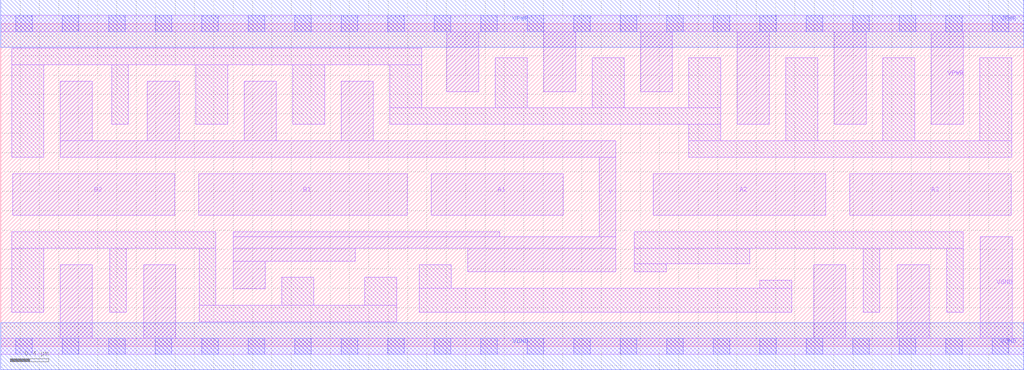
<source format=lef>
# Copyright 2020 The SkyWater PDK Authors
#
# Licensed under the Apache License, Version 2.0 (the "License");
# you may not use this file except in compliance with the License.
# You may obtain a copy of the License at
#
#     https://www.apache.org/licenses/LICENSE-2.0
#
# Unless required by applicable law or agreed to in writing, software
# distributed under the License is distributed on an "AS IS" BASIS,
# WITHOUT WARRANTIES OR CONDITIONS OF ANY KIND, either express or implied.
# See the License for the specific language governing permissions and
# limitations under the License.
#
# SPDX-License-Identifier: Apache-2.0

VERSION 5.7 ;
  NAMESCASESENSITIVE ON ;
  NOWIREEXTENSIONATPIN ON ;
  DIVIDERCHAR "/" ;
  BUSBITCHARS "[]" ;
UNITS
  DATABASE MICRONS 200 ;
END UNITS
MACRO sky130_fd_sc_hs__a32oi_4
  CLASS CORE ;
  SOURCE USER ;
  FOREIGN sky130_fd_sc_hs__a32oi_4 ;
  ORIGIN  0.000000  0.000000 ;
  SIZE  10.56000 BY  3.330000 ;
  SYMMETRY X Y ;
  SITE unit ;
  PIN A1
    ANTENNAGATEAREA  1.116000 ;
    DIRECTION INPUT ;
    USE SIGNAL ;
    PORT
      LAYER li1 ;
        RECT 4.445000 1.350000 5.805000 1.780000 ;
    END
  END A1
  PIN A2
    ANTENNAGATEAREA  1.116000 ;
    DIRECTION INPUT ;
    USE SIGNAL ;
    PORT
      LAYER li1 ;
        RECT 6.735000 1.350000 8.515000 1.780000 ;
    END
  END A2
  PIN A3
    ANTENNAGATEAREA  1.116000 ;
    DIRECTION INPUT ;
    USE SIGNAL ;
    PORT
      LAYER li1 ;
        RECT 8.765000 1.350000 10.435000 1.780000 ;
    END
  END A3
  PIN B1
    ANTENNAGATEAREA  1.116000 ;
    DIRECTION INPUT ;
    USE SIGNAL ;
    PORT
      LAYER li1 ;
        RECT 2.045000 1.350000 4.195000 1.780000 ;
    END
  END B1
  PIN B2
    ANTENNAGATEAREA  1.116000 ;
    DIRECTION INPUT ;
    USE SIGNAL ;
    PORT
      LAYER li1 ;
        RECT 0.125000 1.350000 1.795000 1.780000 ;
    END
  END B2
  PIN Y
    ANTENNADIFFAREA  2.387000 ;
    DIRECTION OUTPUT ;
    USE SIGNAL ;
    PORT
      LAYER li1 ;
        RECT 0.615000 1.950000 6.350000 2.120000 ;
        RECT 0.615000 2.120000 0.945000 2.735000 ;
        RECT 1.515000 2.120000 1.845000 2.735000 ;
        RECT 2.400000 0.595000 2.730000 0.880000 ;
        RECT 2.400000 0.880000 3.660000 1.010000 ;
        RECT 2.400000 1.010000 6.350000 1.130000 ;
        RECT 2.400000 1.130000 5.150000 1.180000 ;
        RECT 2.515000 2.120000 2.845000 2.735000 ;
        RECT 3.515000 2.120000 3.845000 2.735000 ;
        RECT 4.820000 0.770000 6.350000 1.010000 ;
        RECT 6.180000 1.130000 6.350000 1.950000 ;
    END
  END Y
  PIN VGND
    DIRECTION INOUT ;
    USE GROUND ;
    PORT
      LAYER li1 ;
        RECT  0.000000 -0.085000 10.560000 0.085000 ;
        RECT  0.615000  0.085000  0.945000 0.840000 ;
        RECT  1.475000  0.085000  1.805000 0.840000 ;
        RECT  8.395000  0.085000  8.725000 0.840000 ;
        RECT  9.255000  0.085000  9.585000 0.840000 ;
        RECT 10.115000  0.085000 10.445000 1.130000 ;
      LAYER mcon ;
        RECT  0.155000 -0.085000  0.325000 0.085000 ;
        RECT  0.635000 -0.085000  0.805000 0.085000 ;
        RECT  1.115000 -0.085000  1.285000 0.085000 ;
        RECT  1.595000 -0.085000  1.765000 0.085000 ;
        RECT  2.075000 -0.085000  2.245000 0.085000 ;
        RECT  2.555000 -0.085000  2.725000 0.085000 ;
        RECT  3.035000 -0.085000  3.205000 0.085000 ;
        RECT  3.515000 -0.085000  3.685000 0.085000 ;
        RECT  3.995000 -0.085000  4.165000 0.085000 ;
        RECT  4.475000 -0.085000  4.645000 0.085000 ;
        RECT  4.955000 -0.085000  5.125000 0.085000 ;
        RECT  5.435000 -0.085000  5.605000 0.085000 ;
        RECT  5.915000 -0.085000  6.085000 0.085000 ;
        RECT  6.395000 -0.085000  6.565000 0.085000 ;
        RECT  6.875000 -0.085000  7.045000 0.085000 ;
        RECT  7.355000 -0.085000  7.525000 0.085000 ;
        RECT  7.835000 -0.085000  8.005000 0.085000 ;
        RECT  8.315000 -0.085000  8.485000 0.085000 ;
        RECT  8.795000 -0.085000  8.965000 0.085000 ;
        RECT  9.275000 -0.085000  9.445000 0.085000 ;
        RECT  9.755000 -0.085000  9.925000 0.085000 ;
        RECT 10.235000 -0.085000 10.405000 0.085000 ;
      LAYER met1 ;
        RECT 0.000000 -0.245000 10.560000 0.245000 ;
    END
  END VGND
  PIN VPWR
    DIRECTION INOUT ;
    USE POWER ;
    PORT
      LAYER li1 ;
        RECT 0.000000 3.245000 10.560000 3.415000 ;
        RECT 4.605000 2.630000  4.935000 3.245000 ;
        RECT 5.605000 2.630000  5.935000 3.245000 ;
        RECT 6.605000 2.630000  6.935000 3.245000 ;
        RECT 7.605000 2.290000  7.935000 3.245000 ;
        RECT 8.605000 2.290000  8.935000 3.245000 ;
        RECT 9.605000 2.290000  9.935000 3.245000 ;
      LAYER mcon ;
        RECT  0.155000 3.245000  0.325000 3.415000 ;
        RECT  0.635000 3.245000  0.805000 3.415000 ;
        RECT  1.115000 3.245000  1.285000 3.415000 ;
        RECT  1.595000 3.245000  1.765000 3.415000 ;
        RECT  2.075000 3.245000  2.245000 3.415000 ;
        RECT  2.555000 3.245000  2.725000 3.415000 ;
        RECT  3.035000 3.245000  3.205000 3.415000 ;
        RECT  3.515000 3.245000  3.685000 3.415000 ;
        RECT  3.995000 3.245000  4.165000 3.415000 ;
        RECT  4.475000 3.245000  4.645000 3.415000 ;
        RECT  4.955000 3.245000  5.125000 3.415000 ;
        RECT  5.435000 3.245000  5.605000 3.415000 ;
        RECT  5.915000 3.245000  6.085000 3.415000 ;
        RECT  6.395000 3.245000  6.565000 3.415000 ;
        RECT  6.875000 3.245000  7.045000 3.415000 ;
        RECT  7.355000 3.245000  7.525000 3.415000 ;
        RECT  7.835000 3.245000  8.005000 3.415000 ;
        RECT  8.315000 3.245000  8.485000 3.415000 ;
        RECT  8.795000 3.245000  8.965000 3.415000 ;
        RECT  9.275000 3.245000  9.445000 3.415000 ;
        RECT  9.755000 3.245000  9.925000 3.415000 ;
        RECT 10.235000 3.245000 10.405000 3.415000 ;
      LAYER met1 ;
        RECT 0.000000 3.085000 10.560000 3.575000 ;
    END
  END VPWR
  OBS
    LAYER li1 ;
      RECT  0.115000 0.350000  0.445000 1.010000 ;
      RECT  0.115000 1.010000  2.220000 1.180000 ;
      RECT  0.115000 1.950000  0.445000 2.905000 ;
      RECT  0.115000 2.905000  4.345000 3.075000 ;
      RECT  1.125000 0.350000  1.295000 1.010000 ;
      RECT  1.145000 2.290000  1.315000 2.905000 ;
      RECT  2.015000 2.290000  2.345000 2.905000 ;
      RECT  2.050000 0.255000  4.090000 0.425000 ;
      RECT  2.050000 0.425000  2.220000 1.010000 ;
      RECT  2.900000 0.425000  3.230000 0.710000 ;
      RECT  3.015000 2.290000  3.345000 2.905000 ;
      RECT  3.760000 0.425000  4.090000 0.710000 ;
      RECT  4.015000 2.290000  7.435000 2.460000 ;
      RECT  4.015000 2.460000  4.345000 2.905000 ;
      RECT  4.320000 0.350000  8.165000 0.600000 ;
      RECT  4.320000 0.600000  4.650000 0.840000 ;
      RECT  5.105000 2.460000  5.435000 2.980000 ;
      RECT  6.105000 2.460000  6.435000 2.980000 ;
      RECT  6.540000 0.770000  6.870000 0.850000 ;
      RECT  6.540000 0.850000  7.735000 1.010000 ;
      RECT  6.540000 1.010000  9.935000 1.180000 ;
      RECT  7.105000 1.950000 10.440000 2.120000 ;
      RECT  7.105000 2.120000  7.435000 2.290000 ;
      RECT  7.105000 2.460000  7.435000 2.980000 ;
      RECT  7.835000 0.600000  8.165000 0.680000 ;
      RECT  8.105000 2.120000  8.435000 2.980000 ;
      RECT  8.905000 0.350000  9.075000 1.010000 ;
      RECT  9.105000 2.120000  9.435000 2.980000 ;
      RECT  9.765000 0.350000  9.935000 1.010000 ;
      RECT 10.110000 2.120000 10.440000 2.980000 ;
  END
END sky130_fd_sc_hs__a32oi_4

</source>
